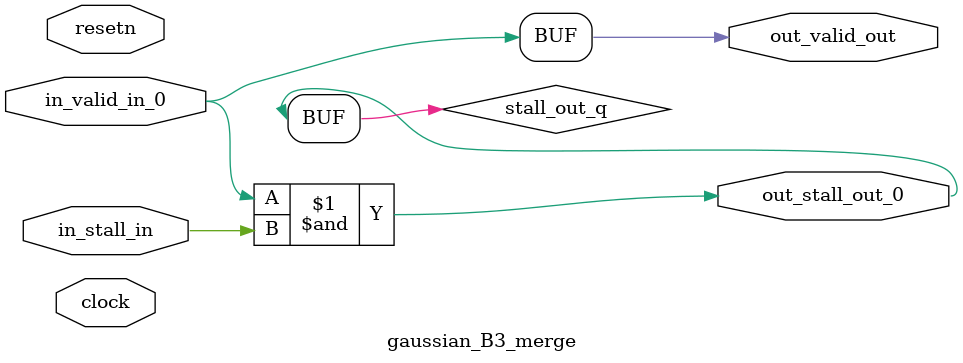
<source format=sv>



(* altera_attribute = "-name AUTO_SHIFT_REGISTER_RECOGNITION OFF; -name MESSAGE_DISABLE 10036; -name MESSAGE_DISABLE 10037; -name MESSAGE_DISABLE 14130; -name MESSAGE_DISABLE 14320; -name MESSAGE_DISABLE 15400; -name MESSAGE_DISABLE 14130; -name MESSAGE_DISABLE 10036; -name MESSAGE_DISABLE 12020; -name MESSAGE_DISABLE 12030; -name MESSAGE_DISABLE 12010; -name MESSAGE_DISABLE 12110; -name MESSAGE_DISABLE 14320; -name MESSAGE_DISABLE 13410; -name MESSAGE_DISABLE 113007; -name MESSAGE_DISABLE 10958" *)
module gaussian_B3_merge (
    input wire [0:0] in_stall_in,
    input wire [0:0] in_valid_in_0,
    output wire [0:0] out_stall_out_0,
    output wire [0:0] out_valid_out,
    input wire clock,
    input wire resetn
    );

    wire [0:0] stall_out_q;


    // stall_out(LOGICAL,6)
    assign stall_out_q = in_valid_in_0 & in_stall_in;

    // out_stall_out_0(GPOUT,4)
    assign out_stall_out_0 = stall_out_q;

    // out_valid_out(GPOUT,5)
    assign out_valid_out = in_valid_in_0;

endmodule

</source>
